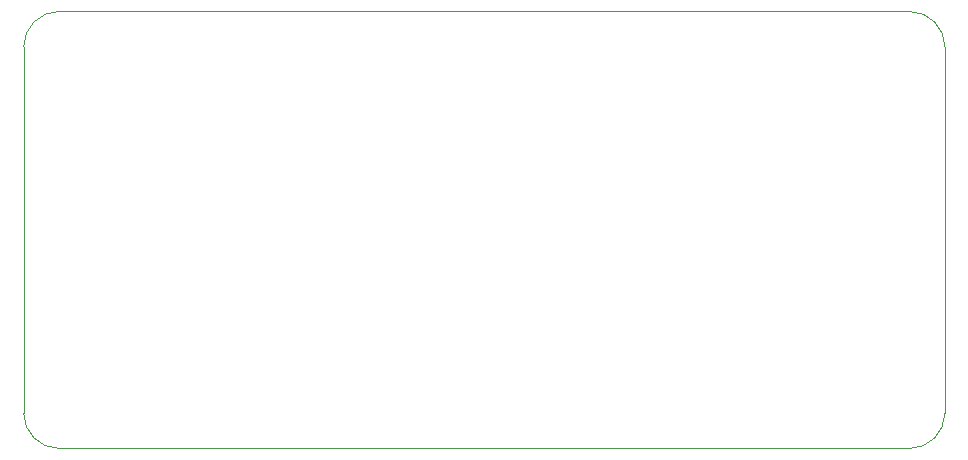
<source format=gbr>
%TF.GenerationSoftware,KiCad,Pcbnew,7.0.5-0*%
%TF.CreationDate,2024-02-18T02:25:47-06:00*%
%TF.ProjectId,STM32_BluePill,53544d33-325f-4426-9c75-6550696c6c2e,1*%
%TF.SameCoordinates,Original*%
%TF.FileFunction,Profile,NP*%
%FSLAX46Y46*%
G04 Gerber Fmt 4.6, Leading zero omitted, Abs format (unit mm)*
G04 Created by KiCad (PCBNEW 7.0.5-0) date 2024-02-18 02:25:47*
%MOMM*%
%LPD*%
G01*
G04 APERTURE LIST*
%TA.AperFunction,Profile*%
%ADD10C,0.100000*%
%TD*%
G04 APERTURE END LIST*
D10*
X177198000Y-116491500D02*
X105198000Y-116491500D01*
X177198000Y-116491500D02*
G75*
G03*
X180198000Y-113491500I0J3000000D01*
G01*
X102198000Y-113491500D02*
X102198000Y-82491500D01*
X105198000Y-79491500D02*
G75*
G03*
X102198000Y-82491500I0J-3000000D01*
G01*
X180198000Y-82491500D02*
G75*
G03*
X177198000Y-79491500I-3000000J0D01*
G01*
X180198000Y-113491500D02*
X180198000Y-82491500D01*
X102198000Y-113491500D02*
G75*
G03*
X105198000Y-116491500I3000000J0D01*
G01*
X105198000Y-79491500D02*
X177198000Y-79491500D01*
M02*

</source>
